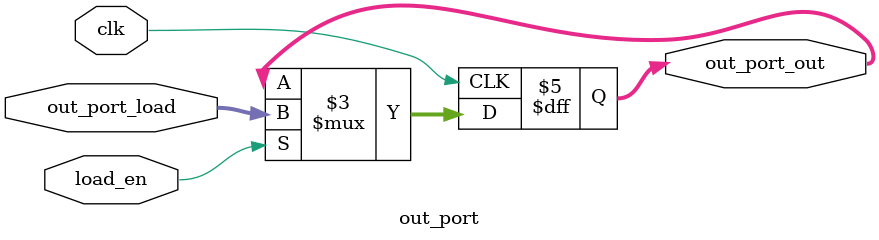
<source format=v>
`timescale 1ns / 1ps

/*
The out port is an 8 bit register latch which is used to store data, that is to be 
displayed to the user.

*/

module out_port(out_port_load, load_en, out_port_out, clk);

  input             clk;
  input             load_en;             //output port latch enable
  input       [7:0] out_port_load;       //data to be displayed
  output reg  [7:0] out_port_out;

    
  always @(posedge clk)
    begin
      if(load_en)
        out_port_out <= out_port_load;   //latch data on to output port only is port is enabled      
        
      else
        out_port_out <= out_port_out;
    end
    
endmodule

</source>
